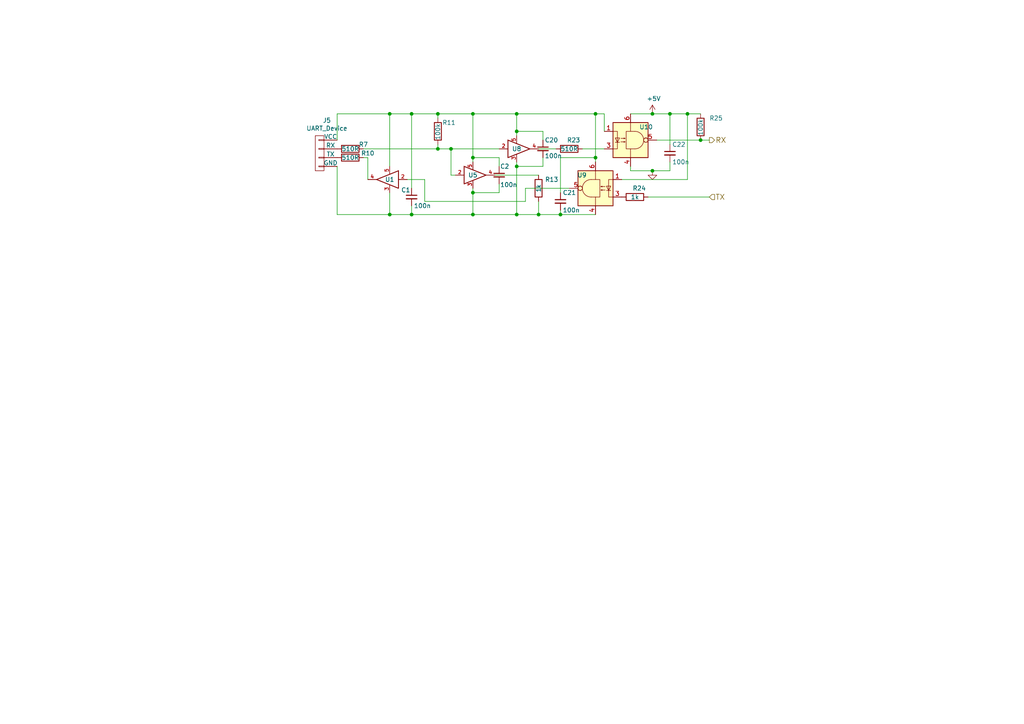
<source format=kicad_sch>
(kicad_sch (version 20231120) (generator "eeschema") (generator_version "8.0")
  (paper "A4")
  (title_block (date "19-Dec-2024") (rev "3.0a"))
  (lib_symbols
    (symbol "Device:C_Small" (pin_numbers hide) (pin_names (offset 0.254) hide)
      (property "Reference" "C" (at 0.254 1.778 0))
      (property "Value" "C_Small" (at 0.254 -2.032 0))
      (symbol "C_Small_0_1"
        (polyline (pts (xy -1.524 -0.508) (xy 1.524 -0.508)) (stroke (width 0.3302)))
        (polyline (pts (xy -1.524 0.508) (xy 1.524 0.508)) (stroke (width 0.3048)))
      )
      (symbol "C_Small_1_1"
        (pin passive line (at 0 2.54 270) (length 2.032) (name "~") (number "1"))
        (pin passive line (at 0 -2.54 90) (length 2.032) (name "~") (number "2"))
      )
    )
    (symbol "Device:R" (pin_numbers hide) (pin_names (offset 0))
      (property "Reference" "R" (at 2.032 0 90))
      (property "Value" "R" (at 0 0 90))
      (symbol "R_0_1"
        (rectangle (start -1.016 -2.54) (end 1.016 2.54) (stroke (width 0.254)))
      )
      (symbol "R_1_1"
        (pin passive line (at 0 3.81 270) (length 1.27) (name "~") (number "1"))
        (pin passive line (at 0 -3.81 90) (length 1.27) (name "~") (number "2"))
      )
    )
    (symbol "power:+5V" (power) (pin_numbers hide) (pin_names (offset 0) hide)
      (property "Value" "+5V" (at 0 3.556 0))
      (symbol "+5V_0_1"
        (polyline (pts (xy -0.762 1.27) (xy 0 2.54)))
        (polyline (pts (xy 0 0) (xy 0 2.54)))
        (polyline (pts (xy 0 2.54) (xy 0.762 1.27)))
      )
      (symbol "+5V_1_1"
        (pin power_in line (at 0 0 90) (length 0) (name "~") (number "1"))
      )
    )
    (symbol "power:GND" (power) (pin_numbers hide) (pin_names (offset 0) hide)
      (property "Value" "GND" (at 0 -3.81 0))
      (symbol "GND_0_1"
        (polyline (pts (xy 0 0) (xy 0 -1.27) (xy 1.27 -1.27) (xy 0 -2.54) (xy -1.27 -1.27) (xy 0 -1.27)))
      )
      (symbol "GND_1_1"
        (pin power_in line (at 0 0 270) (length 0) (name "~") (number "1"))
      )
    )
    (symbol "pypilot_components:74LVC1G17" (pin_names (offset 1.016))
      (property "Reference" "U" (at -2.54 3.81 0))
      (property "Value" "74LVC1G17" (at -7.62 -3.81 0))
      (symbol "74LVC1G17_0_1"
        (polyline (pts (xy -3.81 2.54) (xy -3.81 -2.54) (xy 2.54 0) (xy -3.81 2.54)) (stroke (width 0.254)))
      )
      (symbol "74LVC1G17_1_1"
        (pin no_connect line (at 0.635 2.35 270) (length 1.54) hide (name "~") (number "1"))
        (pin input line (at -6.35 0 0) (length 2.54) (name "~") (number "2"))
        (pin power_in line (at -1.27 -3.81 90) (length 2.25) (name "~") (number "3"))
        (pin output line (at 5.08 0 180) (length 2.54) (name "~") (number "4"))
        (pin power_in line (at -1.27 3.81 270) (length 2.25) (name "~") (number "5"))
      )
    )
    (symbol "pypilot_components:UART_Device" (pin_numbers hide) (pin_names (offset 0))
      (property "Reference" "J" (at 0 5.08 0))
      (property "Value" "UART_Device" (at 2.54 0 90))
      (symbol "UART_Device_0_1"
        (rectangle (start -1.27 -4.953) (end 0.254 -5.207))
        (rectangle (start -1.27 -2.413) (end 0.254 -2.667))
        (rectangle (start -1.27 0.127) (end 0.254 -0.127))
        (rectangle (start -1.27 2.667) (end 0.254 2.413))
        (rectangle (start -1.27 3.81) (end 1.27 -6.35))
      )
      (symbol "UART_Device_1_1"
        (pin passive line (at -5.08 2.54 0) (length 3.81) (name "VCC") (number "1"))
        (pin passive line (at -5.08 0 0) (length 3.81) (name "RX") (number "2"))
        (pin passive line (at -5.08 -2.54 0) (length 3.81) (name "TX") (number "3"))
        (pin passive line (at -5.08 -5.08 0) (length 3.81) (name "GND") (number "4"))
      )
    )
    (symbol "pypilot_components:tlp2361" (pin_names (offset 1.016))
      (property "Reference" "U" (at 1.27 8.89 0))
      (property "Value" "tlp2361" (at 1.27 6.35 0))
      (symbol "tlp2361_0_1"
        (rectangle (start -5.08 5.08) (end 5.08 -5.08) (stroke (width 0.254)) (fill (type background)))
        (polyline (pts (xy -4.445 -0.635) (xy -3.175 -0.635)))
        (polyline (pts (xy 0 2.54) (xy 0 5.08)))
        (polyline (pts (xy 0 -2.54) (xy 0 -5.08) (xy 0 -3.81)))
        (polyline (pts (xy -5.08 -2.54) (xy -3.81 -2.54) (xy -3.81 2.54) (xy -5.08 2.54)))
        (polyline (pts (xy -3.81 -0.635) (xy -4.445 0.635) (xy -3.175 0.635) (xy -3.81 -0.635)))
        (polyline (pts (xy 1.27 -2.54) (xy -1.27 -2.54) (xy -1.27 2.54) (xy 1.27 2.54)))
        (polyline (pts (xy -2.794 -0.508) (xy -1.524 -0.508) (xy -1.905 -0.635) (xy -1.905 -0.381) (xy -1.524 -0.508)))
        (polyline (pts (xy -2.794 0.508) (xy -1.524 0.508) (xy -1.905 0.381) (xy -1.905 0.635) (xy -1.524 0.508)))
        (arc (start 1.27 -2.54) (mid 3.81 0) (end 1.27 2.54))
      )
      (symbol "tlp2361_1_1"
        (pin passive line (at -7.62 2.54 0) (length 2.54) (name "~") (number "1"))
        (pin passive line (at -7.62 -2.54 0) (length 2.54) (name "~") (number "3"))
        (pin no_connect line (at -5.08 0 0) (length 2.54) hide (name "~") (number "3"))
        (pin power_in line (at 0 -7.62 90) (length 2.54) (name "~") (number "4"))
        (pin output inverted (at 7.62 0 180) (length 3.81) (name "~") (number "5"))
        (pin power_in line (at 0 7.62 270) (length 2.54) (name "~") (number "6"))
      )
    )
  )
  (junction (at 113.03 33.02))
  (junction (at 149.86 62.23))
  (junction (at 113.03 62.23))
  (junction (at 194.31 33.02))
  (junction (at 130.81 43.18))
  (junction (at 199.39 33.02))
  (junction (at 156.21 62.23))
  (junction (at 127 33.02))
  (junction (at 127 43.18))
  (junction (at 162.56 62.23))
  (junction (at 137.16 62.23))
  (junction (at 189.23 33.02))
  (junction (at 203.2 40.64))
  (junction (at 149.86 38.1))
  (junction (at 119.38 62.23))
  (junction (at 149.86 33.02))
  (junction (at 119.38 33.02))
  (junction (at 137.16 55.88))
  (junction (at 149.86 48.26))
  (junction (at 172.72 45.72))
  (junction (at 137.16 45.72))
  (junction (at 172.72 33.02))
  (junction (at 189.23 49.53))
  (junction (at 137.16 33.02))
  (wire (pts (xy 137.16 62.23) (xy 149.86 62.23)))
  (wire (pts (xy 137.16 54.61) (xy 137.16 55.88)))
  (wire (pts (xy 194.31 33.02) (xy 199.39 33.02)))
  (wire (pts (xy 189.23 33.02) (xy 194.31 33.02)))
  (wire (pts (xy 97.79 62.23) (xy 113.03 62.23)))
  (wire (pts (xy 118.11 52.07) (xy 123.19 52.07)))
  (wire (pts (xy 175.26 33.02) (xy 172.72 33.02)))
  (wire (pts (xy 199.39 52.07) (xy 199.39 33.02)))
  (wire (pts (xy 205.74 57.15) (xy 187.96 57.15)))
  (wire (pts (xy 149.86 48.26) (xy 149.86 62.23)))
  (wire (pts (xy 157.48 38.1) (xy 149.86 38.1)))
  (wire (pts (xy 199.39 33.02) (xy 203.2 33.02)))
  (wire (pts (xy 130.81 43.18) (xy 130.81 50.8)))
  (wire (pts (xy 162.56 45.72) (xy 172.72 45.72)))
  (wire (pts (xy 127 33.02) (xy 127 34.29)))
  (wire (pts (xy 130.81 43.18) (xy 144.78 43.18)))
  (wire (pts (xy 144.78 53.34) (xy 144.78 55.88)))
  (wire (pts (xy 119.38 62.23) (xy 137.16 62.23)))
  (wire (pts (xy 137.16 33.02) (xy 137.16 45.72)))
  (wire (pts (xy 97.79 33.02) (xy 97.79 40.64)))
  (wire (pts (xy 127 41.91) (xy 127 43.18)))
  (wire (pts (xy 157.48 45.72) (xy 157.48 48.26)))
  (wire (pts (xy 149.86 46.99) (xy 149.86 48.26)))
  (wire (pts (xy 194.31 33.02) (xy 194.31 41.91)))
  (wire (pts (xy 156.21 43.18) (xy 161.29 43.18)))
  (wire (pts (xy 143.51 50.8) (xy 156.21 50.8)))
  (wire (pts (xy 123.19 58.42) (xy 152.4 58.42)))
  (wire (pts (xy 149.86 38.1) (xy 149.86 39.37)))
  (wire (pts (xy 137.16 45.72) (xy 137.16 46.99)))
  (wire (pts (xy 168.91 43.18) (xy 175.26 43.18)))
  (wire (pts (xy 119.38 59.69) (xy 119.38 62.23)))
  (wire (pts (xy 190.5 40.64) (xy 203.2 40.64)))
  (wire (pts (xy 162.56 45.72) (xy 162.56 55.88)))
  (wire (pts (xy 113.03 55.88) (xy 113.03 62.23)))
  (wire (pts (xy 162.56 62.23) (xy 172.72 62.23)))
  (wire (pts (xy 149.86 62.23) (xy 156.21 62.23)))
  (wire (pts (xy 119.38 33.02) (xy 127 33.02)))
  (wire (pts (xy 182.88 49.53) (xy 189.23 49.53)))
  (wire (pts (xy 152.4 54.61) (xy 165.1 54.61)))
  (wire (pts (xy 157.48 48.26) (xy 149.86 48.26)))
  (wire (pts (xy 127 33.02) (xy 137.16 33.02)))
  (wire (pts (xy 137.16 33.02) (xy 149.86 33.02)))
  (wire (pts (xy 105.41 45.72) (xy 106.68 45.72)))
  (wire (pts (xy 113.03 62.23) (xy 119.38 62.23)))
  (wire (pts (xy 162.56 60.96) (xy 162.56 62.23)))
  (wire (pts (xy 113.03 33.02) (xy 119.38 33.02)))
  (wire (pts (xy 105.41 43.18) (xy 127 43.18)))
  (wire (pts (xy 144.78 55.88) (xy 137.16 55.88)))
  (wire (pts (xy 152.4 58.42) (xy 152.4 54.61)))
  (wire (pts (xy 156.21 62.23) (xy 162.56 62.23)))
  (wire (pts (xy 123.19 52.07) (xy 123.19 58.42)))
  (wire (pts (xy 137.16 55.88) (xy 137.16 62.23)))
  (wire (pts (xy 182.88 48.26) (xy 182.88 49.53)))
  (wire (pts (xy 144.78 45.72) (xy 137.16 45.72)))
  (wire (pts (xy 156.21 58.42) (xy 156.21 62.23)))
  (wire (pts (xy 149.86 33.02) (xy 172.72 33.02)))
  (wire (pts (xy 119.38 33.02) (xy 119.38 54.61)))
  (wire (pts (xy 97.79 33.02) (xy 113.03 33.02)))
  (wire (pts (xy 189.23 49.53) (xy 194.31 49.53)))
  (wire (pts (xy 97.79 62.23) (xy 97.79 48.26)))
  (wire (pts (xy 182.88 33.02) (xy 189.23 33.02)))
  (wire (pts (xy 194.31 46.99) (xy 194.31 49.53)))
  (wire (pts (xy 130.81 50.8) (xy 132.08 50.8)))
  (wire (pts (xy 203.2 40.64) (xy 205.74 40.64)))
  (wire (pts (xy 144.78 48.26) (xy 144.78 45.72)))
  (wire (pts (xy 172.72 33.02) (xy 172.72 45.72)))
  (wire (pts (xy 175.26 38.1) (xy 175.26 33.02)))
  (wire (pts (xy 130.81 43.18) (xy 127 43.18)))
  (wire (pts (xy 149.86 33.02) (xy 149.86 38.1)))
  (wire (pts (xy 106.68 45.72) (xy 106.68 52.07)))
  (wire (pts (xy 157.48 40.64) (xy 157.48 38.1)))
  (wire (pts (xy 113.03 33.02) (xy 113.03 48.26)))
  (wire (pts (xy 172.72 45.72) (xy 172.72 46.99)))
  (wire (pts (xy 180.34 52.07) (xy 199.39 52.07)))
  (hierarchical_label "RX" (shape output) (at 205.74 40.64 0) (effects (font (size 1.524 1.524))))
  (hierarchical_label "TX" (shape input) (at 205.74 57.15 0) (effects (font (size 1.524 1.524))))
  (symbol (lib_id "pypilot_components:UART_Device") (at 92.71 43.18 0) (mirror y) (unit 1)
    (property "Reference" "J5" (at 94.8182 34.925 0))
    (property "Value" "UART_Device" (at 94.8182 37.2364 0))
    (property "Footprint" "pypilot_controller_footprints:uart" (effects (hide yes)))
  )
  (symbol (lib_id "pypilot_components:tlp2361") (at 182.88 40.64 0) (unit 1)
    (property "Reference" "U10" (at 185.42 36.83 0) (effects (justify left)))
    (property "Value" "TLP2361(TPL,E(T" (effects (hide yes)))
    (property "Footprint" "Package_SO:SO-5_4.4x3.6mm_P1.27mm" (effects (hide yes)))
    (property "Datasheet" "https://www.fairchildsemi.com/datasheets/H1/H11L1M.pdf" (effects (hide yes)))
    (property "LCSC" "C107626" (effects (hide yes)))
  )
  (symbol (lib_id "Device:R") (at 203.2 36.83 180) (unit 1)
    (property "Reference" "R25" (at 205.74 34.29 0) (effects (justify right)))
    (property "Value" "100k" (at 203.2 39.37 90) (effects (justify right)))
    (property "Footprint" "Resistor_SMD:R_0805_2012Metric" (effects (hide yes)))
    (property "Description" "Resistor" (effects (hide yes)))
    (property "LCSC" "C149504" (effects (hide yes)))
  )
  (symbol (lib_id "Device:R") (at 101.6 45.72 90) (unit 1)
    (property "Reference" "R10" (at 106.68 44.45 90))
    (property "Value" "510R" (at 101.6 45.72 90))
    (property "Footprint" "Resistor_SMD:R_0805_2012Metric" (effects (hide yes)))
    (property "Description" "Resistor" (effects (hide yes)))
    (property "LCSC" "C17734" (effects (hide yes)))
  )
  (symbol (lib_id "pypilot_components:74LVC1G17") (at 151.13 43.18 0) (unit 1)
    (property "Reference" "U8" (at 149.86 43.18 0))
    (property "Value" "SN74LVC1G17DBVR" (effects (hide yes)))
    (property "Footprint" "Package_TO_SOT_SMD:SOT-23-5" (effects (hide yes)))
    (property "Datasheet" "http://www.ti.com/lit/sg/scyt129e/scyt129e.pdf" (effects (hide yes)))
    (property "LCSC" "C7836" (effects (hide yes)))
  )
  (symbol (lib_id "Device:R") (at 127 38.1 180) (unit 1)
    (property "Reference" "R11" (at 128.27 35.56 0) (effects (justify right)))
    (property "Value" "100k" (at 127 40.64 90) (effects (justify right)))
    (property "Footprint" "Resistor_SMD:R_0805_2012Metric" (effects (hide yes)))
    (property "Description" "Resistor" (effects (hide yes)))
    (property "LCSC" "C149504" (effects (hide yes)))
  )
  (symbol (lib_id "Device:R") (at 165.1 43.18 270) (unit 1)
    (property "Reference" "R23" (at 166.37 40.64 90))
    (property "Value" "510R" (at 165.1 43.18 90))
    (property "Footprint" "Resistor_SMD:R_0805_2012Metric" (effects (hide yes)))
    (property "Description" "Resistor" (effects (hide yes)))
    (property "LCSC" "C17734" (effects (hide yes)))
  )
  (symbol (lib_id "Device:R") (at 184.15 57.15 90) (unit 1)
    (property "Reference" "R24" (at 185.42 54.61 90))
    (property "Value" "1k" (at 184.15 57.15 90))
    (property "Footprint" "Resistor_SMD:R_0805_2012Metric" (effects (hide yes)))
    (property "Description" "Resistor" (effects (hide yes)))
    (property "LCSC" "C17513" (effects (hide yes)))
  )
  (symbol (lib_id "Device:C_Small") (at 194.31 44.45 0) (unit 1)
    (property "Reference" "C22" (at 194.945 41.91 0) (effects (justify left)))
    (property "Value" "100n" (at 194.945 46.99 0) (effects (justify left)))
    (property "Footprint" "Capacitor_SMD:C_0805_2012Metric" (effects (hide yes)))
    (property "Description" "Unpolarized capacitor, small symbol" (effects (hide yes)))
    (property "LCSC" "C49678" (effects (hide yes)))
  )
  (symbol (lib_id "Device:C_Small") (at 162.56 58.42 0) (unit 1)
    (property "Reference" "C21" (at 163.195 55.88 0) (effects (justify left)))
    (property "Value" "100n" (at 163.195 60.96 0) (effects (justify left)))
    (property "Footprint" "Capacitor_SMD:C_0805_2012Metric" (effects (hide yes)))
    (property "Description" "Unpolarized capacitor, small symbol" (effects (hide yes)))
  )
  (symbol (lib_id "pypilot_components:tlp2361") (at 172.72 54.61 0) (mirror y) (unit 1)
    (property "Reference" "U9" (at 170.18 50.8 0) (effects (justify left)))
    (property "Value" "TLP2361(TPL,E(T" (effects (hide yes)))
    (property "Footprint" "Package_SO:SO-5_4.4x3.6mm_P1.27mm" (effects (hide yes)))
    (property "Datasheet" "https://www.fairchildsemi.com/datasheets/H1/H11L1M.pdf" (effects (hide yes)))
    (property "LCSC" "C107626" (effects (hide yes)))
  )
  (symbol (lib_id "pypilot_components:74LVC1G17") (at 111.76 52.07 0) (mirror y) (unit 1)
    (property "Reference" "U1" (at 113.03 52.07 0))
    (property "Value" "SN74LVC1G17DBVR" (effects (hide yes)))
    (property "Footprint" "Package_TO_SOT_SMD:SOT-23-5" (effects (hide yes)))
    (property "Datasheet" "http://www.ti.com/lit/sg/scyt129e/scyt129e.pdf" (effects (hide yes)))
    (property "LCSC" "C7836" (effects (hide yes)))
  )
  (symbol (lib_id "pypilot_components:74LVC1G17") (at 138.43 50.8 0) (unit 1)
    (property "Reference" "U5" (at 137.16 50.8 0))
    (property "Value" "SN74LVC1G17DBVR" (effects (hide yes)))
    (property "Footprint" "Package_TO_SOT_SMD:SOT-23-5" (effects (hide yes)))
    (property "Datasheet" "http://www.ti.com/lit/sg/scyt129e/scyt129e.pdf" (effects (hide yes)))
    (property "LCSC" "C7836" (effects (hide yes)))
  )
  (symbol (lib_id "Device:R") (at 156.21 54.61 0) (unit 1)
    (property "Reference" "R13" (at 160.02 52.07 0))
    (property "Value" "1k" (at 156.21 54.61 90))
    (property "Footprint" "Resistor_SMD:R_0805_2012Metric" (effects (hide yes)))
    (property "Description" "Resistor" (effects (hide yes)))
    (property "LCSC" "C17513" (effects (hide yes)))
  )
  (symbol (lib_id "Device:C_Small") (at 119.38 57.15 0) (unit 1)
    (property "Reference" "C1" (at 116.332 55.118 0) (effects (justify left)))
    (property "Value" "100n" (at 120.015 59.69 0) (effects (justify left)))
    (property "Footprint" "Capacitor_SMD:C_0805_2012Metric" (effects (hide yes)))
    (property "Description" "Unpolarized capacitor, small symbol" (effects (hide yes)))
    (property "LCSC" "C49678" (effects (hide yes)))
  )
  (symbol (lib_id "Device:C_Small") (at 144.78 50.8 0) (unit 1)
    (property "Reference" "C2" (at 145.034 48.26 0) (effects (justify left)))
    (property "Value" "100n" (at 145.034 53.594 0) (effects (justify left)))
    (property "Footprint" "Capacitor_SMD:C_0805_2012Metric" (effects (hide yes)))
    (property "Description" "Unpolarized capacitor, small symbol" (effects (hide yes)))
    (property "LCSC" "C49678" (effects (hide yes)))
  )
  (symbol (lib_id "Device:C_Small") (at 157.48 43.18 0) (unit 1)
    (property "Reference" "C20" (at 157.988 40.64 0) (effects (justify left)))
    (property "Value" "100n" (at 157.988 45.212 0) (effects (justify left)))
    (property "Footprint" "Capacitor_SMD:C_0805_2012Metric" (effects (hide yes)))
    (property "Description" "Unpolarized capacitor, small symbol" (effects (hide yes)))
    (property "LCSC" "C49678" (effects (hide yes)))
  )
  (symbol (lib_id "power:GND") (at 189.23 49.53 0) (unit 1)
    (property "Reference" "#PWR0123" (effects (hide yes)))
    (property "Value" "GND" (effects (hide yes)))
    (property "Description" "Power symbol creates a global label with name \"GND\" , ground" (effects (hide yes)))
  )
  (symbol (lib_id "power:+5V") (at 189.23 33.02 0) (unit 1)
    (property "Reference" "#PWR0126" (effects (hide yes)))
    (property "Value" "+5V" (at 189.611 28.6258 0))
    (property "Description" "Power symbol creates a global label with name \"+5V\"" (effects (hide yes)))
  )
  (symbol (lib_id "Device:R") (at 101.6 43.18 90) (unit 1)
    (property "Reference" "R7" (at 105.41 41.91 90))
    (property "Value" "510R" (at 101.6 43.18 90))
    (property "Footprint" "Resistor_SMD:R_0805_2012Metric" (effects (hide yes)))
    (property "Description" "Resistor" (effects (hide yes)))
    (property "LCSC" "C17734" (effects (hide yes)))
  )
)
</source>
